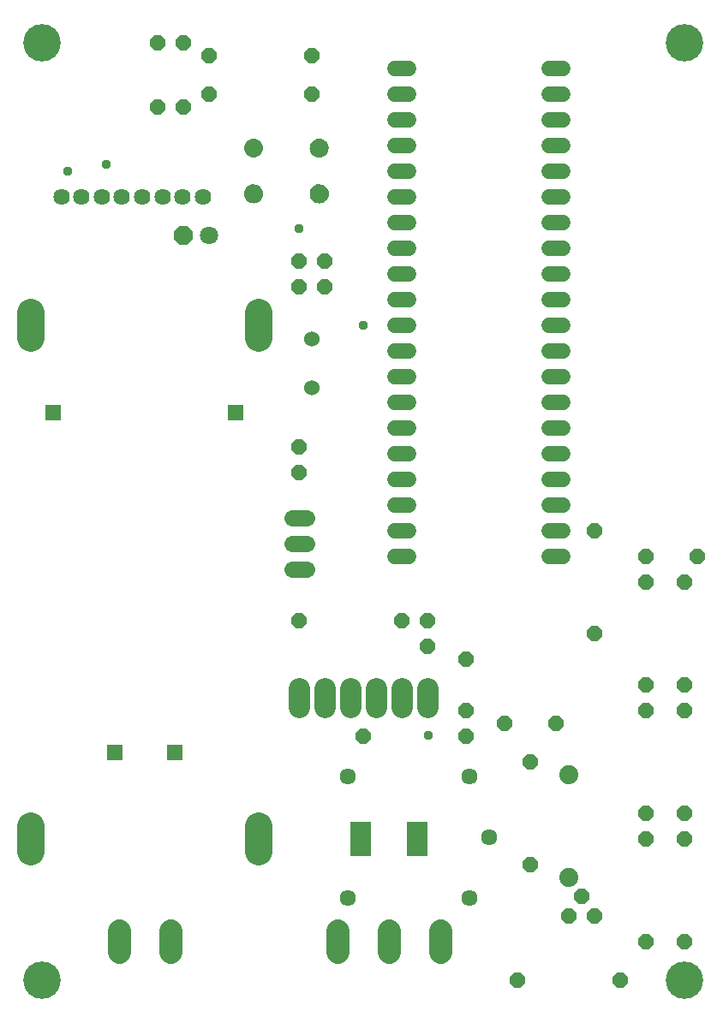
<source format=gbr>
G04 EAGLE Gerber RS-274X export*
G75*
%MOMM*%
%FSLAX34Y34*%
%LPD*%
%INSoldermask Bottom*%
%IPPOS*%
%AMOC8*
5,1,8,0,0,1.08239X$1,22.5*%
G01*
%ADD10C,3.703200*%
%ADD11C,2.743200*%
%ADD12R,1.511200X1.511200*%
%ADD13C,2.298700*%
%ADD14C,1.611200*%
%ADD15P,1.649562X8X22.500000*%
%ADD16C,1.879600*%
%ADD17P,1.649562X8X292.500000*%
%ADD18P,1.649562X8X202.500000*%
%ADD19P,1.649562X8X112.500000*%
%ADD20R,2.003200X3.403200*%
%ADD21C,1.524000*%
%ADD22C,1.524000*%
%ADD23C,2.082800*%
%ADD24C,1.625600*%
%ADD25P,1.951982X8X202.500000*%
%ADD26C,1.803400*%
%ADD27C,1.625600*%
%ADD28C,0.959600*%

G36*
X311974Y851413D02*
X311974Y851413D01*
X311995Y851411D01*
X313686Y851563D01*
X313732Y851576D01*
X313808Y851586D01*
X315437Y852065D01*
X315465Y852079D01*
X315486Y852083D01*
X315511Y852097D01*
X315552Y852112D01*
X317056Y852899D01*
X317095Y852928D01*
X317160Y852967D01*
X318482Y854033D01*
X318514Y854069D01*
X318571Y854120D01*
X319660Y855423D01*
X319683Y855464D01*
X319730Y855525D01*
X320543Y857016D01*
X320558Y857061D01*
X320592Y857130D01*
X321099Y858750D01*
X321105Y858798D01*
X321124Y858872D01*
X321305Y860555D01*
X321330Y860753D01*
X321327Y860804D01*
X321331Y860895D01*
X321158Y862604D01*
X321145Y862650D01*
X321133Y862726D01*
X320630Y864368D01*
X320608Y864411D01*
X320582Y864483D01*
X319768Y865996D01*
X319738Y866033D01*
X319698Y866099D01*
X318605Y867423D01*
X318568Y867455D01*
X318517Y867511D01*
X317186Y868597D01*
X317143Y868620D01*
X317082Y868666D01*
X315565Y869471D01*
X315519Y869486D01*
X315450Y869518D01*
X314597Y869774D01*
X313804Y870012D01*
X313757Y870018D01*
X313682Y870036D01*
X312095Y870188D01*
X312078Y870195D01*
X311984Y870236D01*
X311974Y870236D01*
X311966Y870240D01*
X311779Y870251D01*
X310100Y870098D01*
X310053Y870085D01*
X309978Y870075D01*
X308361Y869597D01*
X308318Y869576D01*
X308246Y869551D01*
X306754Y868767D01*
X306716Y868737D01*
X306650Y868699D01*
X305339Y867639D01*
X305308Y867603D01*
X305251Y867552D01*
X304172Y866257D01*
X304148Y866215D01*
X304102Y866154D01*
X303296Y864673D01*
X303281Y864628D01*
X303248Y864559D01*
X302747Y862950D01*
X302741Y862902D01*
X302722Y862828D01*
X302547Y861175D01*
X302500Y860919D01*
X302500Y860897D01*
X302493Y860737D01*
X302678Y859020D01*
X302691Y858973D01*
X302703Y858898D01*
X303219Y857249D01*
X303241Y857206D01*
X303267Y857135D01*
X304095Y855618D01*
X304125Y855580D01*
X304165Y855515D01*
X305273Y854189D01*
X305309Y854158D01*
X305361Y854102D01*
X306706Y853018D01*
X306748Y852995D01*
X306810Y852949D01*
X308341Y852148D01*
X308387Y852134D01*
X308456Y852102D01*
X310113Y851614D01*
X310161Y851609D01*
X310236Y851591D01*
X311704Y851459D01*
X311732Y851443D01*
X311771Y851437D01*
X311808Y851422D01*
X311904Y851417D01*
X311954Y851409D01*
X311974Y851413D01*
G37*
G36*
X246950Y851388D02*
X246950Y851388D01*
X246971Y851386D01*
X248662Y851538D01*
X248708Y851551D01*
X248784Y851561D01*
X250413Y852040D01*
X250441Y852054D01*
X250462Y852058D01*
X250487Y852072D01*
X250528Y852087D01*
X252032Y852874D01*
X252071Y852903D01*
X252136Y852942D01*
X253458Y854008D01*
X253490Y854044D01*
X253547Y854095D01*
X254636Y855398D01*
X254659Y855439D01*
X254706Y855500D01*
X255519Y856991D01*
X255534Y857036D01*
X255568Y857105D01*
X256075Y858725D01*
X256081Y858773D01*
X256100Y858847D01*
X256281Y860530D01*
X256306Y860728D01*
X256303Y860779D01*
X256307Y860870D01*
X256134Y862579D01*
X256121Y862625D01*
X256109Y862701D01*
X255606Y864343D01*
X255584Y864386D01*
X255558Y864458D01*
X254744Y865971D01*
X254714Y866008D01*
X254674Y866074D01*
X253581Y867398D01*
X253544Y867430D01*
X253493Y867486D01*
X252162Y868572D01*
X252119Y868595D01*
X252058Y868641D01*
X250541Y869446D01*
X250495Y869461D01*
X250426Y869493D01*
X249573Y869749D01*
X248780Y869987D01*
X248733Y869993D01*
X248658Y870011D01*
X247071Y870163D01*
X247054Y870170D01*
X246960Y870211D01*
X246950Y870211D01*
X246942Y870215D01*
X246755Y870226D01*
X245076Y870073D01*
X245029Y870060D01*
X244954Y870050D01*
X243337Y869572D01*
X243294Y869551D01*
X243222Y869526D01*
X241730Y868742D01*
X241692Y868712D01*
X241626Y868674D01*
X240315Y867614D01*
X240284Y867578D01*
X240227Y867527D01*
X239148Y866232D01*
X239124Y866190D01*
X239078Y866129D01*
X238272Y864648D01*
X238257Y864603D01*
X238224Y864534D01*
X237723Y862925D01*
X237717Y862877D01*
X237698Y862803D01*
X237523Y861150D01*
X237476Y860894D01*
X237476Y860872D01*
X237469Y860712D01*
X237654Y858995D01*
X237667Y858948D01*
X237679Y858873D01*
X238195Y857224D01*
X238217Y857181D01*
X238243Y857110D01*
X239071Y855593D01*
X239101Y855555D01*
X239141Y855490D01*
X240249Y854164D01*
X240285Y854133D01*
X240337Y854077D01*
X241682Y852993D01*
X241724Y852970D01*
X241786Y852924D01*
X243317Y852123D01*
X243363Y852109D01*
X243432Y852077D01*
X245089Y851589D01*
X245137Y851584D01*
X245212Y851566D01*
X246680Y851434D01*
X246708Y851418D01*
X246747Y851412D01*
X246784Y851397D01*
X246880Y851392D01*
X246930Y851384D01*
X246950Y851388D01*
G37*
G36*
X246950Y806150D02*
X246950Y806150D01*
X246971Y806148D01*
X248662Y806300D01*
X248708Y806313D01*
X248784Y806323D01*
X250413Y806802D01*
X250441Y806816D01*
X250462Y806820D01*
X250487Y806834D01*
X250528Y806849D01*
X252032Y807636D01*
X252071Y807665D01*
X252136Y807704D01*
X253458Y808770D01*
X253490Y808806D01*
X253547Y808857D01*
X254636Y810160D01*
X254659Y810201D01*
X254706Y810262D01*
X255519Y811753D01*
X255534Y811798D01*
X255568Y811867D01*
X256075Y813487D01*
X256081Y813535D01*
X256100Y813609D01*
X256281Y815292D01*
X256306Y815490D01*
X256303Y815541D01*
X256307Y815632D01*
X256134Y817341D01*
X256121Y817387D01*
X256109Y817463D01*
X255606Y819105D01*
X255584Y819148D01*
X255558Y819220D01*
X254744Y820733D01*
X254714Y820770D01*
X254674Y820836D01*
X253581Y822160D01*
X253544Y822192D01*
X253493Y822248D01*
X252162Y823334D01*
X252119Y823357D01*
X252058Y823403D01*
X250541Y824208D01*
X250495Y824223D01*
X250426Y824255D01*
X249573Y824511D01*
X248780Y824749D01*
X248733Y824755D01*
X248658Y824773D01*
X247071Y824925D01*
X247054Y824932D01*
X246960Y824973D01*
X246950Y824973D01*
X246942Y824977D01*
X246755Y824988D01*
X245076Y824835D01*
X245029Y824822D01*
X244954Y824812D01*
X243337Y824334D01*
X243294Y824313D01*
X243222Y824288D01*
X241730Y823504D01*
X241692Y823474D01*
X241626Y823436D01*
X240315Y822376D01*
X240284Y822340D01*
X240227Y822289D01*
X239148Y820994D01*
X239124Y820952D01*
X239078Y820891D01*
X238272Y819410D01*
X238257Y819365D01*
X238224Y819296D01*
X237723Y817687D01*
X237717Y817639D01*
X237698Y817565D01*
X237523Y815912D01*
X237476Y815656D01*
X237476Y815634D01*
X237469Y815474D01*
X237654Y813757D01*
X237667Y813710D01*
X237679Y813635D01*
X238195Y811986D01*
X238217Y811943D01*
X238243Y811872D01*
X239071Y810355D01*
X239101Y810317D01*
X239141Y810252D01*
X240249Y808926D01*
X240285Y808895D01*
X240337Y808839D01*
X241682Y807755D01*
X241724Y807732D01*
X241786Y807686D01*
X243317Y806885D01*
X243363Y806871D01*
X243432Y806839D01*
X245089Y806351D01*
X245137Y806346D01*
X245212Y806328D01*
X246680Y806196D01*
X246708Y806180D01*
X246747Y806174D01*
X246784Y806159D01*
X246880Y806154D01*
X246930Y806146D01*
X246950Y806150D01*
G37*
G36*
X312025Y806125D02*
X312025Y806125D01*
X312046Y806123D01*
X313737Y806275D01*
X313783Y806288D01*
X313859Y806298D01*
X315488Y806777D01*
X315516Y806791D01*
X315537Y806795D01*
X315562Y806809D01*
X315603Y806824D01*
X317107Y807611D01*
X317146Y807640D01*
X317211Y807679D01*
X318533Y808745D01*
X318565Y808781D01*
X318622Y808832D01*
X319711Y810135D01*
X319734Y810176D01*
X319781Y810237D01*
X320594Y811728D01*
X320609Y811773D01*
X320643Y811842D01*
X321150Y813462D01*
X321156Y813510D01*
X321175Y813584D01*
X321356Y815267D01*
X321381Y815465D01*
X321378Y815516D01*
X321382Y815607D01*
X321209Y817316D01*
X321196Y817362D01*
X321184Y817438D01*
X320681Y819080D01*
X320659Y819123D01*
X320633Y819195D01*
X319819Y820708D01*
X319789Y820745D01*
X319749Y820811D01*
X318656Y822135D01*
X318619Y822167D01*
X318568Y822223D01*
X317237Y823309D01*
X317194Y823332D01*
X317133Y823378D01*
X315616Y824183D01*
X315570Y824198D01*
X315501Y824230D01*
X314648Y824486D01*
X313855Y824724D01*
X313808Y824730D01*
X313733Y824748D01*
X312146Y824900D01*
X312129Y824907D01*
X312035Y824948D01*
X312025Y824948D01*
X312017Y824952D01*
X311830Y824963D01*
X310151Y824810D01*
X310104Y824797D01*
X310029Y824787D01*
X308412Y824309D01*
X308369Y824288D01*
X308297Y824263D01*
X306805Y823479D01*
X306767Y823449D01*
X306701Y823411D01*
X305390Y822351D01*
X305359Y822315D01*
X305302Y822264D01*
X304223Y820969D01*
X304199Y820927D01*
X304153Y820866D01*
X303347Y819385D01*
X303332Y819340D01*
X303299Y819271D01*
X302798Y817662D01*
X302792Y817614D01*
X302773Y817540D01*
X302598Y815887D01*
X302551Y815631D01*
X302551Y815609D01*
X302544Y815449D01*
X302729Y813732D01*
X302742Y813685D01*
X302754Y813610D01*
X303270Y811961D01*
X303292Y811918D01*
X303318Y811847D01*
X304146Y810330D01*
X304176Y810292D01*
X304216Y810227D01*
X305324Y808901D01*
X305360Y808870D01*
X305412Y808814D01*
X306757Y807730D01*
X306799Y807707D01*
X306861Y807661D01*
X308392Y806860D01*
X308438Y806846D01*
X308507Y806814D01*
X310164Y806326D01*
X310212Y806321D01*
X310287Y806303D01*
X311755Y806171D01*
X311783Y806155D01*
X311822Y806149D01*
X311859Y806134D01*
X311955Y806129D01*
X312005Y806121D01*
X312025Y806125D01*
G37*
D10*
X673100Y965200D03*
X38100Y965200D03*
X38100Y38100D03*
X673100Y38100D03*
D11*
X27178Y165100D02*
X27178Y190500D01*
X252222Y190500D02*
X252222Y165100D01*
X252222Y673100D02*
X252222Y698500D01*
X27178Y698500D02*
X27178Y673100D01*
D12*
X169000Y263300D03*
X110000Y263300D03*
X49000Y599300D03*
X229000Y599300D03*
D13*
X114300Y86678D02*
X114300Y65723D01*
X165100Y65723D02*
X165100Y86678D01*
D14*
X340300Y239000D03*
X460300Y119000D03*
X480300Y179000D03*
X340300Y119000D03*
X460300Y239000D03*
D15*
X584200Y101600D03*
X571500Y120650D03*
X558800Y101600D03*
D16*
X558800Y139700D03*
X558800Y241300D03*
D17*
X584200Y482600D03*
X584200Y381000D03*
D13*
X330200Y86678D02*
X330200Y65723D01*
X381000Y65723D02*
X381000Y86678D01*
X431800Y86678D02*
X431800Y65723D01*
D18*
X609600Y38100D03*
X508000Y38100D03*
D19*
X635000Y76200D03*
X635000Y177800D03*
D17*
X673100Y177800D03*
X673100Y76200D03*
D19*
X673100Y203200D03*
X673100Y304800D03*
D17*
X635000Y304800D03*
X635000Y203200D03*
D19*
X635000Y330200D03*
X635000Y431800D03*
D17*
X673100Y431800D03*
X673100Y330200D03*
D18*
X685800Y457200D03*
X635000Y457200D03*
D17*
X520700Y254000D03*
X520700Y152400D03*
D18*
X457200Y279400D03*
X355600Y279400D03*
D15*
X495300Y292100D03*
X546100Y292100D03*
D19*
X457200Y304800D03*
X457200Y355600D03*
D20*
X353000Y177800D03*
X409000Y177800D03*
D21*
X400304Y939800D02*
X387096Y939800D01*
X387096Y914400D02*
X400304Y914400D01*
X400304Y889000D02*
X387096Y889000D01*
X387096Y863600D02*
X400304Y863600D01*
X400304Y838200D02*
X387096Y838200D01*
X387096Y812800D02*
X400304Y812800D01*
X400304Y787400D02*
X387096Y787400D01*
X387096Y762000D02*
X400304Y762000D01*
X400304Y736600D02*
X387096Y736600D01*
X387096Y711200D02*
X400304Y711200D01*
X400304Y685800D02*
X387096Y685800D01*
X387096Y660400D02*
X400304Y660400D01*
X400304Y635000D02*
X387096Y635000D01*
X387096Y609600D02*
X400304Y609600D01*
X400304Y584200D02*
X387096Y584200D01*
X387096Y558800D02*
X400304Y558800D01*
X400304Y533400D02*
X387096Y533400D01*
X387096Y508000D02*
X400304Y508000D01*
X400304Y482600D02*
X387096Y482600D01*
X387096Y457200D02*
X400304Y457200D01*
X539496Y457200D02*
X552704Y457200D01*
X552704Y482600D02*
X539496Y482600D01*
X539496Y508000D02*
X552704Y508000D01*
X552704Y533400D02*
X539496Y533400D01*
X539496Y558800D02*
X552704Y558800D01*
X552704Y584200D02*
X539496Y584200D01*
X539496Y609600D02*
X552704Y609600D01*
X552704Y635000D02*
X539496Y635000D01*
X539496Y660400D02*
X552704Y660400D01*
X552704Y685800D02*
X539496Y685800D01*
X539496Y711200D02*
X552704Y711200D01*
X552704Y736600D02*
X539496Y736600D01*
X539496Y762000D02*
X552704Y762000D01*
X552704Y787400D02*
X539496Y787400D01*
X539496Y812800D02*
X552704Y812800D01*
X552704Y838200D02*
X539496Y838200D01*
X539496Y863600D02*
X552704Y863600D01*
X552704Y889000D02*
X539496Y889000D01*
X539496Y914400D02*
X552704Y914400D01*
X552704Y939800D02*
X539496Y939800D01*
D22*
X304800Y623570D03*
X304800Y671830D03*
D17*
X292100Y749300D03*
X292100Y723900D03*
D19*
X292100Y539750D03*
X292100Y565150D03*
D15*
X292100Y393700D03*
X393700Y393700D03*
D19*
X317500Y723900D03*
X317500Y749300D03*
X419100Y368300D03*
X419100Y393700D03*
D23*
X419100Y326898D02*
X419100Y308102D01*
X393700Y308102D02*
X393700Y326898D01*
X368300Y326898D02*
X368300Y308102D01*
X342900Y308102D02*
X342900Y326898D01*
X317500Y326898D02*
X317500Y308102D01*
X292100Y308102D02*
X292100Y326898D01*
D24*
X299212Y444500D02*
X284988Y444500D01*
X284988Y469900D02*
X299212Y469900D01*
X299212Y495300D02*
X284988Y495300D01*
D25*
X177800Y774700D03*
D26*
X203200Y774700D03*
D27*
X197000Y812800D03*
X177000Y812800D03*
X157000Y812800D03*
X137000Y812800D03*
X117000Y812800D03*
X97000Y812800D03*
X77000Y812800D03*
X57000Y812800D03*
D18*
X304800Y914400D03*
X203200Y914400D03*
D15*
X152400Y901700D03*
X177800Y901700D03*
X152400Y965200D03*
X177800Y965200D03*
D18*
X304800Y952500D03*
X203200Y952500D03*
D28*
X101600Y844550D03*
X63500Y838200D03*
X419500Y279800D03*
X292100Y781050D03*
X355600Y685800D03*
M02*

</source>
